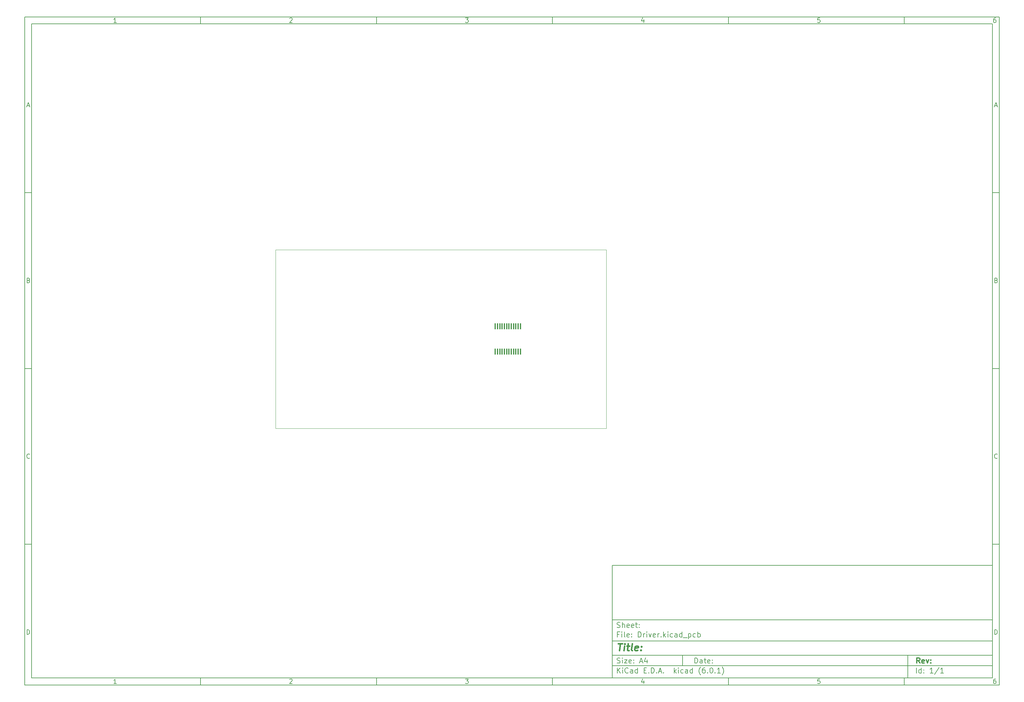
<source format=gbr>
%TF.GenerationSoftware,KiCad,Pcbnew,(6.0.1)*%
%TF.CreationDate,2022-04-25T15:26:44-04:00*%
%TF.ProjectId,Driver,44726976-6572-42e6-9b69-6361645f7063,rev?*%
%TF.SameCoordinates,Original*%
%TF.FileFunction,Paste,Top*%
%TF.FilePolarity,Positive*%
%FSLAX46Y46*%
G04 Gerber Fmt 4.6, Leading zero omitted, Abs format (unit mm)*
G04 Created by KiCad (PCBNEW (6.0.1)) date 2022-04-25 15:26:44*
%MOMM*%
%LPD*%
G01*
G04 APERTURE LIST*
%ADD10C,0.100000*%
%ADD11C,0.150000*%
%ADD12C,0.300000*%
%ADD13C,0.400000*%
%TA.AperFunction,Profile*%
%ADD14C,0.100000*%
%TD*%
%ADD15R,0.450000X1.750000*%
G04 APERTURE END LIST*
D10*
D11*
X177002200Y-166007200D02*
X177002200Y-198007200D01*
X285002200Y-198007200D01*
X285002200Y-166007200D01*
X177002200Y-166007200D01*
D10*
D11*
X10000000Y-10000000D02*
X10000000Y-200007200D01*
X287002200Y-200007200D01*
X287002200Y-10000000D01*
X10000000Y-10000000D01*
D10*
D11*
X12000000Y-12000000D02*
X12000000Y-198007200D01*
X285002200Y-198007200D01*
X285002200Y-12000000D01*
X12000000Y-12000000D01*
D10*
D11*
X60000000Y-12000000D02*
X60000000Y-10000000D01*
D10*
D11*
X110000000Y-12000000D02*
X110000000Y-10000000D01*
D10*
D11*
X160000000Y-12000000D02*
X160000000Y-10000000D01*
D10*
D11*
X210000000Y-12000000D02*
X210000000Y-10000000D01*
D10*
D11*
X260000000Y-12000000D02*
X260000000Y-10000000D01*
D10*
D11*
X36065476Y-11588095D02*
X35322619Y-11588095D01*
X35694047Y-11588095D02*
X35694047Y-10288095D01*
X35570238Y-10473809D01*
X35446428Y-10597619D01*
X35322619Y-10659523D01*
D10*
D11*
X85322619Y-10411904D02*
X85384523Y-10350000D01*
X85508333Y-10288095D01*
X85817857Y-10288095D01*
X85941666Y-10350000D01*
X86003571Y-10411904D01*
X86065476Y-10535714D01*
X86065476Y-10659523D01*
X86003571Y-10845238D01*
X85260714Y-11588095D01*
X86065476Y-11588095D01*
D10*
D11*
X135260714Y-10288095D02*
X136065476Y-10288095D01*
X135632142Y-10783333D01*
X135817857Y-10783333D01*
X135941666Y-10845238D01*
X136003571Y-10907142D01*
X136065476Y-11030952D01*
X136065476Y-11340476D01*
X136003571Y-11464285D01*
X135941666Y-11526190D01*
X135817857Y-11588095D01*
X135446428Y-11588095D01*
X135322619Y-11526190D01*
X135260714Y-11464285D01*
D10*
D11*
X185941666Y-10721428D02*
X185941666Y-11588095D01*
X185632142Y-10226190D02*
X185322619Y-11154761D01*
X186127380Y-11154761D01*
D10*
D11*
X236003571Y-10288095D02*
X235384523Y-10288095D01*
X235322619Y-10907142D01*
X235384523Y-10845238D01*
X235508333Y-10783333D01*
X235817857Y-10783333D01*
X235941666Y-10845238D01*
X236003571Y-10907142D01*
X236065476Y-11030952D01*
X236065476Y-11340476D01*
X236003571Y-11464285D01*
X235941666Y-11526190D01*
X235817857Y-11588095D01*
X235508333Y-11588095D01*
X235384523Y-11526190D01*
X235322619Y-11464285D01*
D10*
D11*
X285941666Y-10288095D02*
X285694047Y-10288095D01*
X285570238Y-10350000D01*
X285508333Y-10411904D01*
X285384523Y-10597619D01*
X285322619Y-10845238D01*
X285322619Y-11340476D01*
X285384523Y-11464285D01*
X285446428Y-11526190D01*
X285570238Y-11588095D01*
X285817857Y-11588095D01*
X285941666Y-11526190D01*
X286003571Y-11464285D01*
X286065476Y-11340476D01*
X286065476Y-11030952D01*
X286003571Y-10907142D01*
X285941666Y-10845238D01*
X285817857Y-10783333D01*
X285570238Y-10783333D01*
X285446428Y-10845238D01*
X285384523Y-10907142D01*
X285322619Y-11030952D01*
D10*
D11*
X60000000Y-198007200D02*
X60000000Y-200007200D01*
D10*
D11*
X110000000Y-198007200D02*
X110000000Y-200007200D01*
D10*
D11*
X160000000Y-198007200D02*
X160000000Y-200007200D01*
D10*
D11*
X210000000Y-198007200D02*
X210000000Y-200007200D01*
D10*
D11*
X260000000Y-198007200D02*
X260000000Y-200007200D01*
D10*
D11*
X36065476Y-199595295D02*
X35322619Y-199595295D01*
X35694047Y-199595295D02*
X35694047Y-198295295D01*
X35570238Y-198481009D01*
X35446428Y-198604819D01*
X35322619Y-198666723D01*
D10*
D11*
X85322619Y-198419104D02*
X85384523Y-198357200D01*
X85508333Y-198295295D01*
X85817857Y-198295295D01*
X85941666Y-198357200D01*
X86003571Y-198419104D01*
X86065476Y-198542914D01*
X86065476Y-198666723D01*
X86003571Y-198852438D01*
X85260714Y-199595295D01*
X86065476Y-199595295D01*
D10*
D11*
X135260714Y-198295295D02*
X136065476Y-198295295D01*
X135632142Y-198790533D01*
X135817857Y-198790533D01*
X135941666Y-198852438D01*
X136003571Y-198914342D01*
X136065476Y-199038152D01*
X136065476Y-199347676D01*
X136003571Y-199471485D01*
X135941666Y-199533390D01*
X135817857Y-199595295D01*
X135446428Y-199595295D01*
X135322619Y-199533390D01*
X135260714Y-199471485D01*
D10*
D11*
X185941666Y-198728628D02*
X185941666Y-199595295D01*
X185632142Y-198233390D02*
X185322619Y-199161961D01*
X186127380Y-199161961D01*
D10*
D11*
X236003571Y-198295295D02*
X235384523Y-198295295D01*
X235322619Y-198914342D01*
X235384523Y-198852438D01*
X235508333Y-198790533D01*
X235817857Y-198790533D01*
X235941666Y-198852438D01*
X236003571Y-198914342D01*
X236065476Y-199038152D01*
X236065476Y-199347676D01*
X236003571Y-199471485D01*
X235941666Y-199533390D01*
X235817857Y-199595295D01*
X235508333Y-199595295D01*
X235384523Y-199533390D01*
X235322619Y-199471485D01*
D10*
D11*
X285941666Y-198295295D02*
X285694047Y-198295295D01*
X285570238Y-198357200D01*
X285508333Y-198419104D01*
X285384523Y-198604819D01*
X285322619Y-198852438D01*
X285322619Y-199347676D01*
X285384523Y-199471485D01*
X285446428Y-199533390D01*
X285570238Y-199595295D01*
X285817857Y-199595295D01*
X285941666Y-199533390D01*
X286003571Y-199471485D01*
X286065476Y-199347676D01*
X286065476Y-199038152D01*
X286003571Y-198914342D01*
X285941666Y-198852438D01*
X285817857Y-198790533D01*
X285570238Y-198790533D01*
X285446428Y-198852438D01*
X285384523Y-198914342D01*
X285322619Y-199038152D01*
D10*
D11*
X10000000Y-60000000D02*
X12000000Y-60000000D01*
D10*
D11*
X10000000Y-110000000D02*
X12000000Y-110000000D01*
D10*
D11*
X10000000Y-160000000D02*
X12000000Y-160000000D01*
D10*
D11*
X10690476Y-35216666D02*
X11309523Y-35216666D01*
X10566666Y-35588095D02*
X11000000Y-34288095D01*
X11433333Y-35588095D01*
D10*
D11*
X11092857Y-84907142D02*
X11278571Y-84969047D01*
X11340476Y-85030952D01*
X11402380Y-85154761D01*
X11402380Y-85340476D01*
X11340476Y-85464285D01*
X11278571Y-85526190D01*
X11154761Y-85588095D01*
X10659523Y-85588095D01*
X10659523Y-84288095D01*
X11092857Y-84288095D01*
X11216666Y-84350000D01*
X11278571Y-84411904D01*
X11340476Y-84535714D01*
X11340476Y-84659523D01*
X11278571Y-84783333D01*
X11216666Y-84845238D01*
X11092857Y-84907142D01*
X10659523Y-84907142D01*
D10*
D11*
X11402380Y-135464285D02*
X11340476Y-135526190D01*
X11154761Y-135588095D01*
X11030952Y-135588095D01*
X10845238Y-135526190D01*
X10721428Y-135402380D01*
X10659523Y-135278571D01*
X10597619Y-135030952D01*
X10597619Y-134845238D01*
X10659523Y-134597619D01*
X10721428Y-134473809D01*
X10845238Y-134350000D01*
X11030952Y-134288095D01*
X11154761Y-134288095D01*
X11340476Y-134350000D01*
X11402380Y-134411904D01*
D10*
D11*
X10659523Y-185588095D02*
X10659523Y-184288095D01*
X10969047Y-184288095D01*
X11154761Y-184350000D01*
X11278571Y-184473809D01*
X11340476Y-184597619D01*
X11402380Y-184845238D01*
X11402380Y-185030952D01*
X11340476Y-185278571D01*
X11278571Y-185402380D01*
X11154761Y-185526190D01*
X10969047Y-185588095D01*
X10659523Y-185588095D01*
D10*
D11*
X287002200Y-60000000D02*
X285002200Y-60000000D01*
D10*
D11*
X287002200Y-110000000D02*
X285002200Y-110000000D01*
D10*
D11*
X287002200Y-160000000D02*
X285002200Y-160000000D01*
D10*
D11*
X285692676Y-35216666D02*
X286311723Y-35216666D01*
X285568866Y-35588095D02*
X286002200Y-34288095D01*
X286435533Y-35588095D01*
D10*
D11*
X286095057Y-84907142D02*
X286280771Y-84969047D01*
X286342676Y-85030952D01*
X286404580Y-85154761D01*
X286404580Y-85340476D01*
X286342676Y-85464285D01*
X286280771Y-85526190D01*
X286156961Y-85588095D01*
X285661723Y-85588095D01*
X285661723Y-84288095D01*
X286095057Y-84288095D01*
X286218866Y-84350000D01*
X286280771Y-84411904D01*
X286342676Y-84535714D01*
X286342676Y-84659523D01*
X286280771Y-84783333D01*
X286218866Y-84845238D01*
X286095057Y-84907142D01*
X285661723Y-84907142D01*
D10*
D11*
X286404580Y-135464285D02*
X286342676Y-135526190D01*
X286156961Y-135588095D01*
X286033152Y-135588095D01*
X285847438Y-135526190D01*
X285723628Y-135402380D01*
X285661723Y-135278571D01*
X285599819Y-135030952D01*
X285599819Y-134845238D01*
X285661723Y-134597619D01*
X285723628Y-134473809D01*
X285847438Y-134350000D01*
X286033152Y-134288095D01*
X286156961Y-134288095D01*
X286342676Y-134350000D01*
X286404580Y-134411904D01*
D10*
D11*
X285661723Y-185588095D02*
X285661723Y-184288095D01*
X285971247Y-184288095D01*
X286156961Y-184350000D01*
X286280771Y-184473809D01*
X286342676Y-184597619D01*
X286404580Y-184845238D01*
X286404580Y-185030952D01*
X286342676Y-185278571D01*
X286280771Y-185402380D01*
X286156961Y-185526190D01*
X285971247Y-185588095D01*
X285661723Y-185588095D01*
D10*
D11*
X200434342Y-193785771D02*
X200434342Y-192285771D01*
X200791485Y-192285771D01*
X201005771Y-192357200D01*
X201148628Y-192500057D01*
X201220057Y-192642914D01*
X201291485Y-192928628D01*
X201291485Y-193142914D01*
X201220057Y-193428628D01*
X201148628Y-193571485D01*
X201005771Y-193714342D01*
X200791485Y-193785771D01*
X200434342Y-193785771D01*
X202577200Y-193785771D02*
X202577200Y-193000057D01*
X202505771Y-192857200D01*
X202362914Y-192785771D01*
X202077200Y-192785771D01*
X201934342Y-192857200D01*
X202577200Y-193714342D02*
X202434342Y-193785771D01*
X202077200Y-193785771D01*
X201934342Y-193714342D01*
X201862914Y-193571485D01*
X201862914Y-193428628D01*
X201934342Y-193285771D01*
X202077200Y-193214342D01*
X202434342Y-193214342D01*
X202577200Y-193142914D01*
X203077200Y-192785771D02*
X203648628Y-192785771D01*
X203291485Y-192285771D02*
X203291485Y-193571485D01*
X203362914Y-193714342D01*
X203505771Y-193785771D01*
X203648628Y-193785771D01*
X204720057Y-193714342D02*
X204577200Y-193785771D01*
X204291485Y-193785771D01*
X204148628Y-193714342D01*
X204077200Y-193571485D01*
X204077200Y-193000057D01*
X204148628Y-192857200D01*
X204291485Y-192785771D01*
X204577200Y-192785771D01*
X204720057Y-192857200D01*
X204791485Y-193000057D01*
X204791485Y-193142914D01*
X204077200Y-193285771D01*
X205434342Y-193642914D02*
X205505771Y-193714342D01*
X205434342Y-193785771D01*
X205362914Y-193714342D01*
X205434342Y-193642914D01*
X205434342Y-193785771D01*
X205434342Y-192857200D02*
X205505771Y-192928628D01*
X205434342Y-193000057D01*
X205362914Y-192928628D01*
X205434342Y-192857200D01*
X205434342Y-193000057D01*
D10*
D11*
X177002200Y-194507200D02*
X285002200Y-194507200D01*
D10*
D11*
X178434342Y-196585771D02*
X178434342Y-195085771D01*
X179291485Y-196585771D02*
X178648628Y-195728628D01*
X179291485Y-195085771D02*
X178434342Y-195942914D01*
X179934342Y-196585771D02*
X179934342Y-195585771D01*
X179934342Y-195085771D02*
X179862914Y-195157200D01*
X179934342Y-195228628D01*
X180005771Y-195157200D01*
X179934342Y-195085771D01*
X179934342Y-195228628D01*
X181505771Y-196442914D02*
X181434342Y-196514342D01*
X181220057Y-196585771D01*
X181077200Y-196585771D01*
X180862914Y-196514342D01*
X180720057Y-196371485D01*
X180648628Y-196228628D01*
X180577200Y-195942914D01*
X180577200Y-195728628D01*
X180648628Y-195442914D01*
X180720057Y-195300057D01*
X180862914Y-195157200D01*
X181077200Y-195085771D01*
X181220057Y-195085771D01*
X181434342Y-195157200D01*
X181505771Y-195228628D01*
X182791485Y-196585771D02*
X182791485Y-195800057D01*
X182720057Y-195657200D01*
X182577200Y-195585771D01*
X182291485Y-195585771D01*
X182148628Y-195657200D01*
X182791485Y-196514342D02*
X182648628Y-196585771D01*
X182291485Y-196585771D01*
X182148628Y-196514342D01*
X182077200Y-196371485D01*
X182077200Y-196228628D01*
X182148628Y-196085771D01*
X182291485Y-196014342D01*
X182648628Y-196014342D01*
X182791485Y-195942914D01*
X184148628Y-196585771D02*
X184148628Y-195085771D01*
X184148628Y-196514342D02*
X184005771Y-196585771D01*
X183720057Y-196585771D01*
X183577200Y-196514342D01*
X183505771Y-196442914D01*
X183434342Y-196300057D01*
X183434342Y-195871485D01*
X183505771Y-195728628D01*
X183577200Y-195657200D01*
X183720057Y-195585771D01*
X184005771Y-195585771D01*
X184148628Y-195657200D01*
X186005771Y-195800057D02*
X186505771Y-195800057D01*
X186720057Y-196585771D02*
X186005771Y-196585771D01*
X186005771Y-195085771D01*
X186720057Y-195085771D01*
X187362914Y-196442914D02*
X187434342Y-196514342D01*
X187362914Y-196585771D01*
X187291485Y-196514342D01*
X187362914Y-196442914D01*
X187362914Y-196585771D01*
X188077200Y-196585771D02*
X188077200Y-195085771D01*
X188434342Y-195085771D01*
X188648628Y-195157200D01*
X188791485Y-195300057D01*
X188862914Y-195442914D01*
X188934342Y-195728628D01*
X188934342Y-195942914D01*
X188862914Y-196228628D01*
X188791485Y-196371485D01*
X188648628Y-196514342D01*
X188434342Y-196585771D01*
X188077200Y-196585771D01*
X189577200Y-196442914D02*
X189648628Y-196514342D01*
X189577200Y-196585771D01*
X189505771Y-196514342D01*
X189577200Y-196442914D01*
X189577200Y-196585771D01*
X190220057Y-196157200D02*
X190934342Y-196157200D01*
X190077200Y-196585771D02*
X190577200Y-195085771D01*
X191077200Y-196585771D01*
X191577200Y-196442914D02*
X191648628Y-196514342D01*
X191577200Y-196585771D01*
X191505771Y-196514342D01*
X191577200Y-196442914D01*
X191577200Y-196585771D01*
X194577200Y-196585771D02*
X194577200Y-195085771D01*
X194720057Y-196014342D02*
X195148628Y-196585771D01*
X195148628Y-195585771D02*
X194577200Y-196157200D01*
X195791485Y-196585771D02*
X195791485Y-195585771D01*
X195791485Y-195085771D02*
X195720057Y-195157200D01*
X195791485Y-195228628D01*
X195862914Y-195157200D01*
X195791485Y-195085771D01*
X195791485Y-195228628D01*
X197148628Y-196514342D02*
X197005771Y-196585771D01*
X196720057Y-196585771D01*
X196577200Y-196514342D01*
X196505771Y-196442914D01*
X196434342Y-196300057D01*
X196434342Y-195871485D01*
X196505771Y-195728628D01*
X196577200Y-195657200D01*
X196720057Y-195585771D01*
X197005771Y-195585771D01*
X197148628Y-195657200D01*
X198434342Y-196585771D02*
X198434342Y-195800057D01*
X198362914Y-195657200D01*
X198220057Y-195585771D01*
X197934342Y-195585771D01*
X197791485Y-195657200D01*
X198434342Y-196514342D02*
X198291485Y-196585771D01*
X197934342Y-196585771D01*
X197791485Y-196514342D01*
X197720057Y-196371485D01*
X197720057Y-196228628D01*
X197791485Y-196085771D01*
X197934342Y-196014342D01*
X198291485Y-196014342D01*
X198434342Y-195942914D01*
X199791485Y-196585771D02*
X199791485Y-195085771D01*
X199791485Y-196514342D02*
X199648628Y-196585771D01*
X199362914Y-196585771D01*
X199220057Y-196514342D01*
X199148628Y-196442914D01*
X199077200Y-196300057D01*
X199077200Y-195871485D01*
X199148628Y-195728628D01*
X199220057Y-195657200D01*
X199362914Y-195585771D01*
X199648628Y-195585771D01*
X199791485Y-195657200D01*
X202077200Y-197157200D02*
X202005771Y-197085771D01*
X201862914Y-196871485D01*
X201791485Y-196728628D01*
X201720057Y-196514342D01*
X201648628Y-196157200D01*
X201648628Y-195871485D01*
X201720057Y-195514342D01*
X201791485Y-195300057D01*
X201862914Y-195157200D01*
X202005771Y-194942914D01*
X202077200Y-194871485D01*
X203291485Y-195085771D02*
X203005771Y-195085771D01*
X202862914Y-195157200D01*
X202791485Y-195228628D01*
X202648628Y-195442914D01*
X202577200Y-195728628D01*
X202577200Y-196300057D01*
X202648628Y-196442914D01*
X202720057Y-196514342D01*
X202862914Y-196585771D01*
X203148628Y-196585771D01*
X203291485Y-196514342D01*
X203362914Y-196442914D01*
X203434342Y-196300057D01*
X203434342Y-195942914D01*
X203362914Y-195800057D01*
X203291485Y-195728628D01*
X203148628Y-195657200D01*
X202862914Y-195657200D01*
X202720057Y-195728628D01*
X202648628Y-195800057D01*
X202577200Y-195942914D01*
X204077200Y-196442914D02*
X204148628Y-196514342D01*
X204077200Y-196585771D01*
X204005771Y-196514342D01*
X204077200Y-196442914D01*
X204077200Y-196585771D01*
X205077200Y-195085771D02*
X205220057Y-195085771D01*
X205362914Y-195157200D01*
X205434342Y-195228628D01*
X205505771Y-195371485D01*
X205577200Y-195657200D01*
X205577200Y-196014342D01*
X205505771Y-196300057D01*
X205434342Y-196442914D01*
X205362914Y-196514342D01*
X205220057Y-196585771D01*
X205077200Y-196585771D01*
X204934342Y-196514342D01*
X204862914Y-196442914D01*
X204791485Y-196300057D01*
X204720057Y-196014342D01*
X204720057Y-195657200D01*
X204791485Y-195371485D01*
X204862914Y-195228628D01*
X204934342Y-195157200D01*
X205077200Y-195085771D01*
X206220057Y-196442914D02*
X206291485Y-196514342D01*
X206220057Y-196585771D01*
X206148628Y-196514342D01*
X206220057Y-196442914D01*
X206220057Y-196585771D01*
X207720057Y-196585771D02*
X206862914Y-196585771D01*
X207291485Y-196585771D02*
X207291485Y-195085771D01*
X207148628Y-195300057D01*
X207005771Y-195442914D01*
X206862914Y-195514342D01*
X208220057Y-197157200D02*
X208291485Y-197085771D01*
X208434342Y-196871485D01*
X208505771Y-196728628D01*
X208577200Y-196514342D01*
X208648628Y-196157200D01*
X208648628Y-195871485D01*
X208577200Y-195514342D01*
X208505771Y-195300057D01*
X208434342Y-195157200D01*
X208291485Y-194942914D01*
X208220057Y-194871485D01*
D10*
D11*
X177002200Y-191507200D02*
X285002200Y-191507200D01*
D10*
D12*
X264411485Y-193785771D02*
X263911485Y-193071485D01*
X263554342Y-193785771D02*
X263554342Y-192285771D01*
X264125771Y-192285771D01*
X264268628Y-192357200D01*
X264340057Y-192428628D01*
X264411485Y-192571485D01*
X264411485Y-192785771D01*
X264340057Y-192928628D01*
X264268628Y-193000057D01*
X264125771Y-193071485D01*
X263554342Y-193071485D01*
X265625771Y-193714342D02*
X265482914Y-193785771D01*
X265197200Y-193785771D01*
X265054342Y-193714342D01*
X264982914Y-193571485D01*
X264982914Y-193000057D01*
X265054342Y-192857200D01*
X265197200Y-192785771D01*
X265482914Y-192785771D01*
X265625771Y-192857200D01*
X265697200Y-193000057D01*
X265697200Y-193142914D01*
X264982914Y-193285771D01*
X266197200Y-192785771D02*
X266554342Y-193785771D01*
X266911485Y-192785771D01*
X267482914Y-193642914D02*
X267554342Y-193714342D01*
X267482914Y-193785771D01*
X267411485Y-193714342D01*
X267482914Y-193642914D01*
X267482914Y-193785771D01*
X267482914Y-192857200D02*
X267554342Y-192928628D01*
X267482914Y-193000057D01*
X267411485Y-192928628D01*
X267482914Y-192857200D01*
X267482914Y-193000057D01*
D10*
D11*
X178362914Y-193714342D02*
X178577200Y-193785771D01*
X178934342Y-193785771D01*
X179077200Y-193714342D01*
X179148628Y-193642914D01*
X179220057Y-193500057D01*
X179220057Y-193357200D01*
X179148628Y-193214342D01*
X179077200Y-193142914D01*
X178934342Y-193071485D01*
X178648628Y-193000057D01*
X178505771Y-192928628D01*
X178434342Y-192857200D01*
X178362914Y-192714342D01*
X178362914Y-192571485D01*
X178434342Y-192428628D01*
X178505771Y-192357200D01*
X178648628Y-192285771D01*
X179005771Y-192285771D01*
X179220057Y-192357200D01*
X179862914Y-193785771D02*
X179862914Y-192785771D01*
X179862914Y-192285771D02*
X179791485Y-192357200D01*
X179862914Y-192428628D01*
X179934342Y-192357200D01*
X179862914Y-192285771D01*
X179862914Y-192428628D01*
X180434342Y-192785771D02*
X181220057Y-192785771D01*
X180434342Y-193785771D01*
X181220057Y-193785771D01*
X182362914Y-193714342D02*
X182220057Y-193785771D01*
X181934342Y-193785771D01*
X181791485Y-193714342D01*
X181720057Y-193571485D01*
X181720057Y-193000057D01*
X181791485Y-192857200D01*
X181934342Y-192785771D01*
X182220057Y-192785771D01*
X182362914Y-192857200D01*
X182434342Y-193000057D01*
X182434342Y-193142914D01*
X181720057Y-193285771D01*
X183077200Y-193642914D02*
X183148628Y-193714342D01*
X183077200Y-193785771D01*
X183005771Y-193714342D01*
X183077200Y-193642914D01*
X183077200Y-193785771D01*
X183077200Y-192857200D02*
X183148628Y-192928628D01*
X183077200Y-193000057D01*
X183005771Y-192928628D01*
X183077200Y-192857200D01*
X183077200Y-193000057D01*
X184862914Y-193357200D02*
X185577200Y-193357200D01*
X184720057Y-193785771D02*
X185220057Y-192285771D01*
X185720057Y-193785771D01*
X186862914Y-192785771D02*
X186862914Y-193785771D01*
X186505771Y-192214342D02*
X186148628Y-193285771D01*
X187077200Y-193285771D01*
D10*
D11*
X263434342Y-196585771D02*
X263434342Y-195085771D01*
X264791485Y-196585771D02*
X264791485Y-195085771D01*
X264791485Y-196514342D02*
X264648628Y-196585771D01*
X264362914Y-196585771D01*
X264220057Y-196514342D01*
X264148628Y-196442914D01*
X264077200Y-196300057D01*
X264077200Y-195871485D01*
X264148628Y-195728628D01*
X264220057Y-195657200D01*
X264362914Y-195585771D01*
X264648628Y-195585771D01*
X264791485Y-195657200D01*
X265505771Y-196442914D02*
X265577200Y-196514342D01*
X265505771Y-196585771D01*
X265434342Y-196514342D01*
X265505771Y-196442914D01*
X265505771Y-196585771D01*
X265505771Y-195657200D02*
X265577200Y-195728628D01*
X265505771Y-195800057D01*
X265434342Y-195728628D01*
X265505771Y-195657200D01*
X265505771Y-195800057D01*
X268148628Y-196585771D02*
X267291485Y-196585771D01*
X267720057Y-196585771D02*
X267720057Y-195085771D01*
X267577200Y-195300057D01*
X267434342Y-195442914D01*
X267291485Y-195514342D01*
X269862914Y-195014342D02*
X268577200Y-196942914D01*
X271148628Y-196585771D02*
X270291485Y-196585771D01*
X270720057Y-196585771D02*
X270720057Y-195085771D01*
X270577200Y-195300057D01*
X270434342Y-195442914D01*
X270291485Y-195514342D01*
D10*
D11*
X177002200Y-187507200D02*
X285002200Y-187507200D01*
D10*
D13*
X178714580Y-188211961D02*
X179857438Y-188211961D01*
X179036009Y-190211961D02*
X179286009Y-188211961D01*
X180274104Y-190211961D02*
X180440771Y-188878628D01*
X180524104Y-188211961D02*
X180416961Y-188307200D01*
X180500295Y-188402438D01*
X180607438Y-188307200D01*
X180524104Y-188211961D01*
X180500295Y-188402438D01*
X181107438Y-188878628D02*
X181869342Y-188878628D01*
X181476485Y-188211961D02*
X181262200Y-189926247D01*
X181333628Y-190116723D01*
X181512200Y-190211961D01*
X181702676Y-190211961D01*
X182655057Y-190211961D02*
X182476485Y-190116723D01*
X182405057Y-189926247D01*
X182619342Y-188211961D01*
X184190771Y-190116723D02*
X183988390Y-190211961D01*
X183607438Y-190211961D01*
X183428866Y-190116723D01*
X183357438Y-189926247D01*
X183452676Y-189164342D01*
X183571723Y-188973866D01*
X183774104Y-188878628D01*
X184155057Y-188878628D01*
X184333628Y-188973866D01*
X184405057Y-189164342D01*
X184381247Y-189354819D01*
X183405057Y-189545295D01*
X185155057Y-190021485D02*
X185238390Y-190116723D01*
X185131247Y-190211961D01*
X185047914Y-190116723D01*
X185155057Y-190021485D01*
X185131247Y-190211961D01*
X185286009Y-188973866D02*
X185369342Y-189069104D01*
X185262200Y-189164342D01*
X185178866Y-189069104D01*
X185286009Y-188973866D01*
X185262200Y-189164342D01*
D10*
D11*
X178934342Y-185600057D02*
X178434342Y-185600057D01*
X178434342Y-186385771D02*
X178434342Y-184885771D01*
X179148628Y-184885771D01*
X179720057Y-186385771D02*
X179720057Y-185385771D01*
X179720057Y-184885771D02*
X179648628Y-184957200D01*
X179720057Y-185028628D01*
X179791485Y-184957200D01*
X179720057Y-184885771D01*
X179720057Y-185028628D01*
X180648628Y-186385771D02*
X180505771Y-186314342D01*
X180434342Y-186171485D01*
X180434342Y-184885771D01*
X181791485Y-186314342D02*
X181648628Y-186385771D01*
X181362914Y-186385771D01*
X181220057Y-186314342D01*
X181148628Y-186171485D01*
X181148628Y-185600057D01*
X181220057Y-185457200D01*
X181362914Y-185385771D01*
X181648628Y-185385771D01*
X181791485Y-185457200D01*
X181862914Y-185600057D01*
X181862914Y-185742914D01*
X181148628Y-185885771D01*
X182505771Y-186242914D02*
X182577200Y-186314342D01*
X182505771Y-186385771D01*
X182434342Y-186314342D01*
X182505771Y-186242914D01*
X182505771Y-186385771D01*
X182505771Y-185457200D02*
X182577200Y-185528628D01*
X182505771Y-185600057D01*
X182434342Y-185528628D01*
X182505771Y-185457200D01*
X182505771Y-185600057D01*
X184362914Y-186385771D02*
X184362914Y-184885771D01*
X184720057Y-184885771D01*
X184934342Y-184957200D01*
X185077200Y-185100057D01*
X185148628Y-185242914D01*
X185220057Y-185528628D01*
X185220057Y-185742914D01*
X185148628Y-186028628D01*
X185077200Y-186171485D01*
X184934342Y-186314342D01*
X184720057Y-186385771D01*
X184362914Y-186385771D01*
X185862914Y-186385771D02*
X185862914Y-185385771D01*
X185862914Y-185671485D02*
X185934342Y-185528628D01*
X186005771Y-185457200D01*
X186148628Y-185385771D01*
X186291485Y-185385771D01*
X186791485Y-186385771D02*
X186791485Y-185385771D01*
X186791485Y-184885771D02*
X186720057Y-184957200D01*
X186791485Y-185028628D01*
X186862914Y-184957200D01*
X186791485Y-184885771D01*
X186791485Y-185028628D01*
X187362914Y-185385771D02*
X187720057Y-186385771D01*
X188077200Y-185385771D01*
X189220057Y-186314342D02*
X189077200Y-186385771D01*
X188791485Y-186385771D01*
X188648628Y-186314342D01*
X188577200Y-186171485D01*
X188577200Y-185600057D01*
X188648628Y-185457200D01*
X188791485Y-185385771D01*
X189077200Y-185385771D01*
X189220057Y-185457200D01*
X189291485Y-185600057D01*
X189291485Y-185742914D01*
X188577200Y-185885771D01*
X189934342Y-186385771D02*
X189934342Y-185385771D01*
X189934342Y-185671485D02*
X190005771Y-185528628D01*
X190077200Y-185457200D01*
X190220057Y-185385771D01*
X190362914Y-185385771D01*
X190862914Y-186242914D02*
X190934342Y-186314342D01*
X190862914Y-186385771D01*
X190791485Y-186314342D01*
X190862914Y-186242914D01*
X190862914Y-186385771D01*
X191577200Y-186385771D02*
X191577200Y-184885771D01*
X191720057Y-185814342D02*
X192148628Y-186385771D01*
X192148628Y-185385771D02*
X191577200Y-185957200D01*
X192791485Y-186385771D02*
X192791485Y-185385771D01*
X192791485Y-184885771D02*
X192720057Y-184957200D01*
X192791485Y-185028628D01*
X192862914Y-184957200D01*
X192791485Y-184885771D01*
X192791485Y-185028628D01*
X194148628Y-186314342D02*
X194005771Y-186385771D01*
X193720057Y-186385771D01*
X193577200Y-186314342D01*
X193505771Y-186242914D01*
X193434342Y-186100057D01*
X193434342Y-185671485D01*
X193505771Y-185528628D01*
X193577200Y-185457200D01*
X193720057Y-185385771D01*
X194005771Y-185385771D01*
X194148628Y-185457200D01*
X195434342Y-186385771D02*
X195434342Y-185600057D01*
X195362914Y-185457200D01*
X195220057Y-185385771D01*
X194934342Y-185385771D01*
X194791485Y-185457200D01*
X195434342Y-186314342D02*
X195291485Y-186385771D01*
X194934342Y-186385771D01*
X194791485Y-186314342D01*
X194720057Y-186171485D01*
X194720057Y-186028628D01*
X194791485Y-185885771D01*
X194934342Y-185814342D01*
X195291485Y-185814342D01*
X195434342Y-185742914D01*
X196791485Y-186385771D02*
X196791485Y-184885771D01*
X196791485Y-186314342D02*
X196648628Y-186385771D01*
X196362914Y-186385771D01*
X196220057Y-186314342D01*
X196148628Y-186242914D01*
X196077200Y-186100057D01*
X196077200Y-185671485D01*
X196148628Y-185528628D01*
X196220057Y-185457200D01*
X196362914Y-185385771D01*
X196648628Y-185385771D01*
X196791485Y-185457200D01*
X197148628Y-186528628D02*
X198291485Y-186528628D01*
X198648628Y-185385771D02*
X198648628Y-186885771D01*
X198648628Y-185457200D02*
X198791485Y-185385771D01*
X199077200Y-185385771D01*
X199220057Y-185457200D01*
X199291485Y-185528628D01*
X199362914Y-185671485D01*
X199362914Y-186100057D01*
X199291485Y-186242914D01*
X199220057Y-186314342D01*
X199077200Y-186385771D01*
X198791485Y-186385771D01*
X198648628Y-186314342D01*
X200648628Y-186314342D02*
X200505771Y-186385771D01*
X200220057Y-186385771D01*
X200077200Y-186314342D01*
X200005771Y-186242914D01*
X199934342Y-186100057D01*
X199934342Y-185671485D01*
X200005771Y-185528628D01*
X200077200Y-185457200D01*
X200220057Y-185385771D01*
X200505771Y-185385771D01*
X200648628Y-185457200D01*
X201291485Y-186385771D02*
X201291485Y-184885771D01*
X201291485Y-185457200D02*
X201434342Y-185385771D01*
X201720057Y-185385771D01*
X201862914Y-185457200D01*
X201934342Y-185528628D01*
X202005771Y-185671485D01*
X202005771Y-186100057D01*
X201934342Y-186242914D01*
X201862914Y-186314342D01*
X201720057Y-186385771D01*
X201434342Y-186385771D01*
X201291485Y-186314342D01*
D10*
D11*
X177002200Y-181507200D02*
X285002200Y-181507200D01*
D10*
D11*
X178362914Y-183614342D02*
X178577200Y-183685771D01*
X178934342Y-183685771D01*
X179077200Y-183614342D01*
X179148628Y-183542914D01*
X179220057Y-183400057D01*
X179220057Y-183257200D01*
X179148628Y-183114342D01*
X179077200Y-183042914D01*
X178934342Y-182971485D01*
X178648628Y-182900057D01*
X178505771Y-182828628D01*
X178434342Y-182757200D01*
X178362914Y-182614342D01*
X178362914Y-182471485D01*
X178434342Y-182328628D01*
X178505771Y-182257200D01*
X178648628Y-182185771D01*
X179005771Y-182185771D01*
X179220057Y-182257200D01*
X179862914Y-183685771D02*
X179862914Y-182185771D01*
X180505771Y-183685771D02*
X180505771Y-182900057D01*
X180434342Y-182757200D01*
X180291485Y-182685771D01*
X180077200Y-182685771D01*
X179934342Y-182757200D01*
X179862914Y-182828628D01*
X181791485Y-183614342D02*
X181648628Y-183685771D01*
X181362914Y-183685771D01*
X181220057Y-183614342D01*
X181148628Y-183471485D01*
X181148628Y-182900057D01*
X181220057Y-182757200D01*
X181362914Y-182685771D01*
X181648628Y-182685771D01*
X181791485Y-182757200D01*
X181862914Y-182900057D01*
X181862914Y-183042914D01*
X181148628Y-183185771D01*
X183077200Y-183614342D02*
X182934342Y-183685771D01*
X182648628Y-183685771D01*
X182505771Y-183614342D01*
X182434342Y-183471485D01*
X182434342Y-182900057D01*
X182505771Y-182757200D01*
X182648628Y-182685771D01*
X182934342Y-182685771D01*
X183077200Y-182757200D01*
X183148628Y-182900057D01*
X183148628Y-183042914D01*
X182434342Y-183185771D01*
X183577200Y-182685771D02*
X184148628Y-182685771D01*
X183791485Y-182185771D02*
X183791485Y-183471485D01*
X183862914Y-183614342D01*
X184005771Y-183685771D01*
X184148628Y-183685771D01*
X184648628Y-183542914D02*
X184720057Y-183614342D01*
X184648628Y-183685771D01*
X184577200Y-183614342D01*
X184648628Y-183542914D01*
X184648628Y-183685771D01*
X184648628Y-182757200D02*
X184720057Y-182828628D01*
X184648628Y-182900057D01*
X184577200Y-182828628D01*
X184648628Y-182757200D01*
X184648628Y-182900057D01*
D10*
D12*
D10*
D11*
D10*
D11*
D10*
D11*
D10*
D11*
D10*
D11*
X197002200Y-191507200D02*
X197002200Y-194507200D01*
D10*
D11*
X261002200Y-191507200D02*
X261002200Y-198007200D01*
D14*
X175260000Y-76200000D02*
X81280000Y-76200000D01*
X81280000Y-76200000D02*
X81280000Y-127000000D01*
X81280000Y-127000000D02*
X175260000Y-127000000D01*
X175260000Y-127000000D02*
X175260000Y-76200000D01*
D15*
%TO.C,U1*%
X143745000Y-105200000D03*
X144395000Y-105200000D03*
X145045000Y-105200000D03*
X145695000Y-105200000D03*
X146345000Y-105200000D03*
X146995000Y-105200000D03*
X147645000Y-105200000D03*
X148295000Y-105200000D03*
X148945000Y-105200000D03*
X149595000Y-105200000D03*
X150245000Y-105200000D03*
X150895000Y-105200000D03*
X150895000Y-98000000D03*
X150245000Y-98000000D03*
X149595000Y-98000000D03*
X148945000Y-98000000D03*
X148295000Y-98000000D03*
X147645000Y-98000000D03*
X146995000Y-98000000D03*
X146345000Y-98000000D03*
X145695000Y-98000000D03*
X145045000Y-98000000D03*
X144395000Y-98000000D03*
X143745000Y-98000000D03*
%TD*%
M02*

</source>
